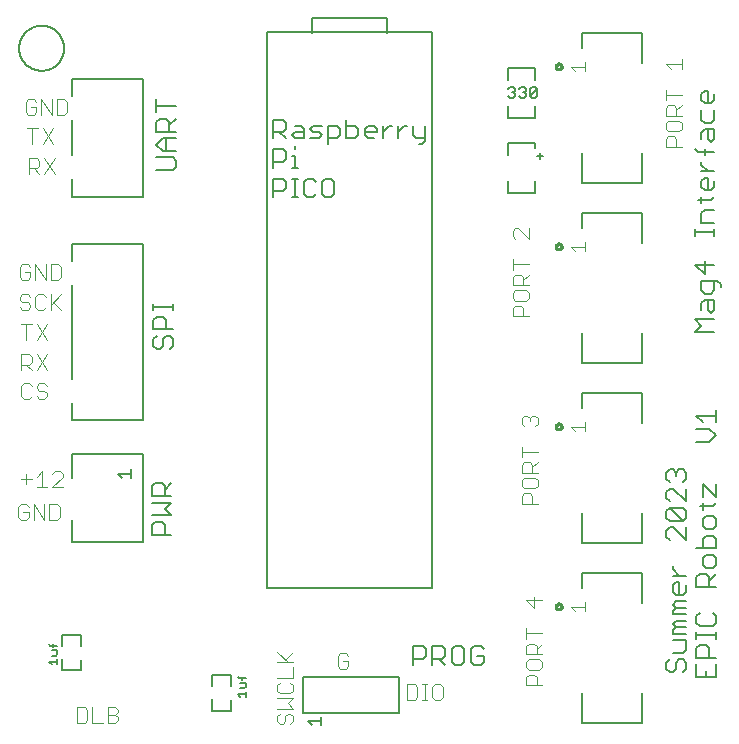
<source format=gbr>
G04 EAGLE Gerber RS-274X export*
G75*
%MOMM*%
%FSLAX34Y34*%
%LPD*%
%INSilkscreen Top*%
%IPPOS*%
%AMOC8*
5,1,8,0,0,1.08239X$1,22.5*%
G01*
%ADD10C,0.152400*%
%ADD11C,0.101600*%
%ADD12C,0.127000*%
%ADD13C,0.160000*%
%ADD14C,0.203200*%


D10*
X6350Y584200D02*
X6356Y584668D01*
X6373Y585135D01*
X6402Y585601D01*
X6442Y586067D01*
X6493Y586532D01*
X6556Y586995D01*
X6630Y587457D01*
X6716Y587916D01*
X6813Y588374D01*
X6921Y588829D01*
X7040Y589281D01*
X7170Y589730D01*
X7311Y590176D01*
X7464Y590618D01*
X7626Y591056D01*
X7800Y591490D01*
X7984Y591920D01*
X8179Y592345D01*
X8384Y592765D01*
X8599Y593180D01*
X8825Y593590D01*
X9060Y593994D01*
X9306Y594392D01*
X9561Y594784D01*
X9825Y595169D01*
X10099Y595548D01*
X10382Y595920D01*
X10674Y596285D01*
X10975Y596643D01*
X11285Y596993D01*
X11603Y597336D01*
X11930Y597670D01*
X12264Y597997D01*
X12607Y598315D01*
X12957Y598625D01*
X13315Y598926D01*
X13680Y599218D01*
X14052Y599501D01*
X14431Y599775D01*
X14816Y600039D01*
X15208Y600294D01*
X15606Y600540D01*
X16010Y600775D01*
X16420Y601001D01*
X16835Y601216D01*
X17255Y601421D01*
X17680Y601616D01*
X18110Y601800D01*
X18544Y601974D01*
X18982Y602136D01*
X19424Y602289D01*
X19870Y602430D01*
X20319Y602560D01*
X20771Y602679D01*
X21226Y602787D01*
X21684Y602884D01*
X22143Y602970D01*
X22605Y603044D01*
X23068Y603107D01*
X23533Y603158D01*
X23999Y603198D01*
X24465Y603227D01*
X24932Y603244D01*
X25400Y603250D01*
X25868Y603244D01*
X26335Y603227D01*
X26801Y603198D01*
X27267Y603158D01*
X27732Y603107D01*
X28195Y603044D01*
X28657Y602970D01*
X29116Y602884D01*
X29574Y602787D01*
X30029Y602679D01*
X30481Y602560D01*
X30930Y602430D01*
X31376Y602289D01*
X31818Y602136D01*
X32256Y601974D01*
X32690Y601800D01*
X33120Y601616D01*
X33545Y601421D01*
X33965Y601216D01*
X34380Y601001D01*
X34790Y600775D01*
X35194Y600540D01*
X35592Y600294D01*
X35984Y600039D01*
X36369Y599775D01*
X36748Y599501D01*
X37120Y599218D01*
X37485Y598926D01*
X37843Y598625D01*
X38193Y598315D01*
X38536Y597997D01*
X38870Y597670D01*
X39197Y597336D01*
X39515Y596993D01*
X39825Y596643D01*
X40126Y596285D01*
X40418Y595920D01*
X40701Y595548D01*
X40975Y595169D01*
X41239Y594784D01*
X41494Y594392D01*
X41740Y593994D01*
X41975Y593590D01*
X42201Y593180D01*
X42416Y592765D01*
X42621Y592345D01*
X42816Y591920D01*
X43000Y591490D01*
X43174Y591056D01*
X43336Y590618D01*
X43489Y590176D01*
X43630Y589730D01*
X43760Y589281D01*
X43879Y588829D01*
X43987Y588374D01*
X44084Y587916D01*
X44170Y587457D01*
X44244Y586995D01*
X44307Y586532D01*
X44358Y586067D01*
X44398Y585601D01*
X44427Y585135D01*
X44444Y584668D01*
X44450Y584200D01*
X44444Y583732D01*
X44427Y583265D01*
X44398Y582799D01*
X44358Y582333D01*
X44307Y581868D01*
X44244Y581405D01*
X44170Y580943D01*
X44084Y580484D01*
X43987Y580026D01*
X43879Y579571D01*
X43760Y579119D01*
X43630Y578670D01*
X43489Y578224D01*
X43336Y577782D01*
X43174Y577344D01*
X43000Y576910D01*
X42816Y576480D01*
X42621Y576055D01*
X42416Y575635D01*
X42201Y575220D01*
X41975Y574810D01*
X41740Y574406D01*
X41494Y574008D01*
X41239Y573616D01*
X40975Y573231D01*
X40701Y572852D01*
X40418Y572480D01*
X40126Y572115D01*
X39825Y571757D01*
X39515Y571407D01*
X39197Y571064D01*
X38870Y570730D01*
X38536Y570403D01*
X38193Y570085D01*
X37843Y569775D01*
X37485Y569474D01*
X37120Y569182D01*
X36748Y568899D01*
X36369Y568625D01*
X35984Y568361D01*
X35592Y568106D01*
X35194Y567860D01*
X34790Y567625D01*
X34380Y567399D01*
X33965Y567184D01*
X33545Y566979D01*
X33120Y566784D01*
X32690Y566600D01*
X32256Y566426D01*
X31818Y566264D01*
X31376Y566111D01*
X30930Y565970D01*
X30481Y565840D01*
X30029Y565721D01*
X29574Y565613D01*
X29116Y565516D01*
X28657Y565430D01*
X28195Y565356D01*
X27732Y565293D01*
X27267Y565242D01*
X26801Y565202D01*
X26335Y565173D01*
X25868Y565156D01*
X25400Y565150D01*
X24932Y565156D01*
X24465Y565173D01*
X23999Y565202D01*
X23533Y565242D01*
X23068Y565293D01*
X22605Y565356D01*
X22143Y565430D01*
X21684Y565516D01*
X21226Y565613D01*
X20771Y565721D01*
X20319Y565840D01*
X19870Y565970D01*
X19424Y566111D01*
X18982Y566264D01*
X18544Y566426D01*
X18110Y566600D01*
X17680Y566784D01*
X17255Y566979D01*
X16835Y567184D01*
X16420Y567399D01*
X16010Y567625D01*
X15606Y567860D01*
X15208Y568106D01*
X14816Y568361D01*
X14431Y568625D01*
X14052Y568899D01*
X13680Y569182D01*
X13315Y569474D01*
X12957Y569775D01*
X12607Y570085D01*
X12264Y570403D01*
X11930Y570730D01*
X11603Y571064D01*
X11285Y571407D01*
X10975Y571757D01*
X10674Y572115D01*
X10382Y572480D01*
X10099Y572852D01*
X9825Y573231D01*
X9561Y573616D01*
X9306Y574008D01*
X9060Y574406D01*
X8825Y574810D01*
X8599Y575220D01*
X8384Y575635D01*
X8179Y576055D01*
X7984Y576480D01*
X7800Y576910D01*
X7626Y577344D01*
X7464Y577782D01*
X7311Y578224D01*
X7170Y578670D01*
X7040Y579119D01*
X6921Y579571D01*
X6813Y580026D01*
X6716Y580484D01*
X6630Y580943D01*
X6556Y581405D01*
X6493Y581868D01*
X6442Y582333D01*
X6402Y582799D01*
X6373Y583265D01*
X6356Y583732D01*
X6350Y584200D01*
X122668Y480822D02*
X136226Y480822D01*
X138938Y483534D01*
X138938Y488957D01*
X136226Y491669D01*
X122668Y491669D01*
X128091Y497194D02*
X138938Y497194D01*
X128091Y497194D02*
X122668Y502617D01*
X128091Y508040D01*
X138938Y508040D01*
X130803Y508040D02*
X130803Y497194D01*
X138938Y513565D02*
X122668Y513565D01*
X122668Y521700D01*
X125380Y524412D01*
X130803Y524412D01*
X133515Y521700D01*
X133515Y513565D01*
X133515Y518988D02*
X138938Y524412D01*
X138938Y535360D02*
X122668Y535360D01*
X122668Y529937D02*
X122668Y540783D01*
D11*
X20751Y538574D02*
X18548Y540777D01*
X14141Y540777D01*
X11938Y538574D01*
X11938Y529761D01*
X14141Y527558D01*
X18548Y527558D01*
X20751Y529761D01*
X20751Y534168D01*
X16344Y534168D01*
X25035Y540777D02*
X25035Y527558D01*
X33848Y527558D02*
X25035Y540777D01*
X33848Y540777D02*
X33848Y527558D01*
X38133Y527558D02*
X38133Y540777D01*
X38133Y527558D02*
X44742Y527558D01*
X46945Y529761D01*
X46945Y538574D01*
X44742Y540777D01*
X38133Y540777D01*
X17614Y516647D02*
X17614Y503428D01*
X13208Y516647D02*
X22021Y516647D01*
X26305Y516647D02*
X35118Y503428D01*
X26305Y503428D02*
X35118Y516647D01*
X14478Y491247D02*
X14478Y478028D01*
X14478Y491247D02*
X21088Y491247D01*
X23291Y489044D01*
X23291Y484638D01*
X21088Y482434D01*
X14478Y482434D01*
X18884Y482434D02*
X23291Y478028D01*
X36388Y478028D02*
X27575Y491247D01*
X36388Y491247D02*
X27575Y478028D01*
D10*
X122840Y340539D02*
X120128Y337827D01*
X120128Y332404D01*
X122840Y329692D01*
X125551Y329692D01*
X128263Y332404D01*
X128263Y337827D01*
X130975Y340539D01*
X133686Y340539D01*
X136398Y337827D01*
X136398Y332404D01*
X133686Y329692D01*
X136398Y346064D02*
X120128Y346064D01*
X120128Y354199D01*
X122840Y356910D01*
X128263Y356910D01*
X130975Y354199D01*
X130975Y346064D01*
X136398Y362435D02*
X136398Y367858D01*
X136398Y365147D02*
X120128Y365147D01*
X120128Y367858D02*
X120128Y362435D01*
D11*
X15671Y373474D02*
X13468Y375677D01*
X9061Y375677D01*
X6858Y373474D01*
X6858Y371271D01*
X9061Y369068D01*
X13468Y369068D01*
X15671Y366864D01*
X15671Y364661D01*
X13468Y362458D01*
X9061Y362458D01*
X6858Y364661D01*
X26565Y375677D02*
X28768Y373474D01*
X26565Y375677D02*
X22158Y375677D01*
X19955Y373474D01*
X19955Y364661D01*
X22158Y362458D01*
X26565Y362458D01*
X28768Y364661D01*
X33053Y362458D02*
X33053Y375677D01*
X41865Y375677D02*
X33053Y366864D01*
X35256Y369068D02*
X41865Y362458D01*
X12534Y350277D02*
X12534Y337058D01*
X8128Y350277D02*
X16941Y350277D01*
X21225Y350277D02*
X30038Y337058D01*
X21225Y337058D02*
X30038Y350277D01*
X8128Y324877D02*
X8128Y311658D01*
X8128Y324877D02*
X14738Y324877D01*
X16941Y322674D01*
X16941Y318268D01*
X14738Y316064D01*
X8128Y316064D01*
X12534Y316064D02*
X16941Y311658D01*
X30038Y311658D02*
X21225Y324877D01*
X30038Y324877D02*
X21225Y311658D01*
X14738Y300747D02*
X16941Y298544D01*
X14738Y300747D02*
X10331Y300747D01*
X8128Y298544D01*
X8128Y289731D01*
X10331Y287528D01*
X14738Y287528D01*
X16941Y289731D01*
X27835Y300747D02*
X30038Y298544D01*
X27835Y300747D02*
X23428Y300747D01*
X21225Y298544D01*
X21225Y296341D01*
X23428Y294138D01*
X27835Y294138D01*
X30038Y291934D01*
X30038Y289731D01*
X27835Y287528D01*
X23428Y287528D01*
X21225Y289731D01*
D10*
X118858Y172212D02*
X135128Y172212D01*
X118858Y172212D02*
X118858Y180347D01*
X121570Y183059D01*
X126993Y183059D01*
X129705Y180347D01*
X129705Y172212D01*
X135128Y188584D02*
X118858Y188584D01*
X129705Y194007D02*
X135128Y188584D01*
X129705Y194007D02*
X135128Y199430D01*
X118858Y199430D01*
X118858Y204955D02*
X135128Y204955D01*
X118858Y204955D02*
X118858Y213090D01*
X121570Y215802D01*
X126993Y215802D01*
X129705Y213090D01*
X129705Y204955D01*
X129705Y210378D02*
X135128Y215802D01*
D11*
X16941Y219208D02*
X8128Y219208D01*
X12534Y223614D02*
X12534Y214801D01*
X21225Y221411D02*
X25632Y225817D01*
X25632Y212598D01*
X30038Y212598D02*
X21225Y212598D01*
X34323Y212598D02*
X43135Y212598D01*
X34323Y212598D02*
X43135Y221411D01*
X43135Y223614D01*
X40932Y225817D01*
X36526Y225817D01*
X34323Y223614D01*
X12198Y197877D02*
X14401Y195674D01*
X12198Y197877D02*
X7791Y197877D01*
X5588Y195674D01*
X5588Y186861D01*
X7791Y184658D01*
X12198Y184658D01*
X14401Y186861D01*
X14401Y191268D01*
X9994Y191268D01*
X18685Y197877D02*
X18685Y184658D01*
X27498Y184658D02*
X18685Y197877D01*
X27498Y197877D02*
X27498Y184658D01*
X31783Y184658D02*
X31783Y197877D01*
X31783Y184658D02*
X38392Y184658D01*
X40595Y186861D01*
X40595Y195674D01*
X38392Y197877D01*
X31783Y197877D01*
D10*
X339852Y77992D02*
X339852Y61722D01*
X339852Y77992D02*
X347987Y77992D01*
X350699Y75280D01*
X350699Y69857D01*
X347987Y67145D01*
X339852Y67145D01*
X356224Y61722D02*
X356224Y77992D01*
X364359Y77992D01*
X367070Y75280D01*
X367070Y69857D01*
X364359Y67145D01*
X356224Y67145D01*
X361647Y67145D02*
X367070Y61722D01*
X375307Y77992D02*
X380730Y77992D01*
X375307Y77992D02*
X372595Y75280D01*
X372595Y64434D01*
X375307Y61722D01*
X380730Y61722D01*
X383442Y64434D01*
X383442Y75280D01*
X380730Y77992D01*
X397102Y77992D02*
X399813Y75280D01*
X397102Y77992D02*
X391678Y77992D01*
X388967Y75280D01*
X388967Y64434D01*
X391678Y61722D01*
X397102Y61722D01*
X399813Y64434D01*
X399813Y69857D01*
X394390Y69857D01*
D11*
X334518Y45477D02*
X334518Y32258D01*
X341128Y32258D01*
X343331Y34461D01*
X343331Y43274D01*
X341128Y45477D01*
X334518Y45477D01*
X347615Y32258D02*
X352022Y32258D01*
X349818Y32258D02*
X349818Y45477D01*
X347615Y45477D02*
X352022Y45477D01*
X358550Y45477D02*
X362956Y45477D01*
X358550Y45477D02*
X356347Y43274D01*
X356347Y34461D01*
X358550Y32258D01*
X362956Y32258D01*
X365160Y34461D01*
X365160Y43274D01*
X362956Y45477D01*
X227236Y20751D02*
X225033Y18548D01*
X225033Y14141D01*
X227236Y11938D01*
X229439Y11938D01*
X231642Y14141D01*
X231642Y18548D01*
X233846Y20751D01*
X236049Y20751D01*
X238252Y18548D01*
X238252Y14141D01*
X236049Y11938D01*
X238252Y25035D02*
X225033Y25035D01*
X233846Y29442D02*
X238252Y25035D01*
X233846Y29442D02*
X238252Y33848D01*
X225033Y33848D01*
X225033Y44742D02*
X227236Y46945D01*
X225033Y44742D02*
X225033Y40336D01*
X227236Y38133D01*
X236049Y38133D01*
X238252Y40336D01*
X238252Y44742D01*
X236049Y46945D01*
X238252Y51230D02*
X225033Y51230D01*
X238252Y51230D02*
X238252Y60043D01*
X238252Y64327D02*
X225033Y64327D01*
X233846Y64327D02*
X225033Y73140D01*
X231642Y66530D02*
X238252Y73140D01*
X282708Y72147D02*
X284911Y69944D01*
X282708Y72147D02*
X278301Y72147D01*
X276098Y69944D01*
X276098Y61131D01*
X278301Y58928D01*
X282708Y58928D01*
X284911Y61131D01*
X284911Y65538D01*
X280504Y65538D01*
X553963Y500888D02*
X567182Y500888D01*
X553963Y500888D02*
X553963Y507498D01*
X556166Y509701D01*
X560572Y509701D01*
X562776Y507498D01*
X562776Y500888D01*
X553963Y516188D02*
X553963Y520595D01*
X553963Y516188D02*
X556166Y513985D01*
X564979Y513985D01*
X567182Y516188D01*
X567182Y520595D01*
X564979Y522798D01*
X556166Y522798D01*
X553963Y520595D01*
X553963Y527083D02*
X567182Y527083D01*
X553963Y527083D02*
X553963Y533692D01*
X556166Y535895D01*
X560572Y535895D01*
X562776Y533692D01*
X562776Y527083D01*
X562776Y531489D02*
X567182Y535895D01*
X567182Y544586D02*
X553963Y544586D01*
X553963Y540180D02*
X553963Y548993D01*
X558369Y566374D02*
X553963Y570781D01*
X567182Y570781D01*
X567182Y575187D02*
X567182Y566374D01*
X437642Y357378D02*
X424423Y357378D01*
X424423Y363988D01*
X426626Y366191D01*
X431032Y366191D01*
X433236Y363988D01*
X433236Y357378D01*
X424423Y372678D02*
X424423Y377085D01*
X424423Y372678D02*
X426626Y370475D01*
X435439Y370475D01*
X437642Y372678D01*
X437642Y377085D01*
X435439Y379288D01*
X426626Y379288D01*
X424423Y377085D01*
X424423Y383573D02*
X437642Y383573D01*
X424423Y383573D02*
X424423Y390182D01*
X426626Y392385D01*
X431032Y392385D01*
X433236Y390182D01*
X433236Y383573D01*
X433236Y387979D02*
X437642Y392385D01*
X437642Y401076D02*
X424423Y401076D01*
X424423Y396670D02*
X424423Y405483D01*
X437642Y422864D02*
X437642Y431677D01*
X437642Y422864D02*
X428829Y431677D01*
X426626Y431677D01*
X424423Y429474D01*
X424423Y425067D01*
X426626Y422864D01*
X432043Y198628D02*
X445262Y198628D01*
X432043Y198628D02*
X432043Y205238D01*
X434246Y207441D01*
X438652Y207441D01*
X440856Y205238D01*
X440856Y198628D01*
X432043Y213928D02*
X432043Y218335D01*
X432043Y213928D02*
X434246Y211725D01*
X443059Y211725D01*
X445262Y213928D01*
X445262Y218335D01*
X443059Y220538D01*
X434246Y220538D01*
X432043Y218335D01*
X432043Y224823D02*
X445262Y224823D01*
X432043Y224823D02*
X432043Y231432D01*
X434246Y233635D01*
X438652Y233635D01*
X440856Y231432D01*
X440856Y224823D01*
X440856Y229229D02*
X445262Y233635D01*
X445262Y242326D02*
X432043Y242326D01*
X432043Y237920D02*
X432043Y246733D01*
X434246Y264114D02*
X432043Y266317D01*
X432043Y270724D01*
X434246Y272927D01*
X436449Y272927D01*
X438652Y270724D01*
X438652Y268521D01*
X438652Y270724D02*
X440856Y272927D01*
X443059Y272927D01*
X445262Y270724D01*
X445262Y266317D01*
X443059Y264114D01*
X449072Y44958D02*
X435853Y44958D01*
X435853Y51568D01*
X438056Y53771D01*
X442462Y53771D01*
X444666Y51568D01*
X444666Y44958D01*
X435853Y60258D02*
X435853Y64665D01*
X435853Y60258D02*
X438056Y58055D01*
X446869Y58055D01*
X449072Y60258D01*
X449072Y64665D01*
X446869Y66868D01*
X438056Y66868D01*
X435853Y64665D01*
X435853Y71153D02*
X449072Y71153D01*
X435853Y71153D02*
X435853Y77762D01*
X438056Y79965D01*
X442462Y79965D01*
X444666Y77762D01*
X444666Y71153D01*
X444666Y75559D02*
X449072Y79965D01*
X449072Y88656D02*
X435853Y88656D01*
X435853Y84250D02*
X435853Y93063D01*
X435853Y117054D02*
X449072Y117054D01*
X442462Y110444D02*
X435853Y117054D01*
X442462Y119257D02*
X442462Y110444D01*
D12*
X221615Y508127D02*
X221615Y523634D01*
X229369Y523634D01*
X231953Y521050D01*
X231953Y515881D01*
X229369Y513296D01*
X221615Y513296D01*
X226784Y513296D02*
X231953Y508127D01*
X239636Y518465D02*
X244805Y518465D01*
X247389Y515881D01*
X247389Y508127D01*
X239636Y508127D01*
X237051Y510712D01*
X239636Y513296D01*
X247389Y513296D01*
X252487Y508127D02*
X260241Y508127D01*
X262825Y510712D01*
X260241Y513296D01*
X255072Y513296D01*
X252487Y515881D01*
X255072Y518465D01*
X262825Y518465D01*
X267923Y518465D02*
X267923Y502958D01*
X267923Y518465D02*
X275677Y518465D01*
X278261Y515881D01*
X278261Y510712D01*
X275677Y508127D01*
X267923Y508127D01*
X283359Y508127D02*
X283359Y523634D01*
X283359Y508127D02*
X291113Y508127D01*
X293697Y510712D01*
X293697Y515881D01*
X291113Y518465D01*
X283359Y518465D01*
X301380Y508127D02*
X306549Y508127D01*
X301380Y508127D02*
X298795Y510712D01*
X298795Y515881D01*
X301380Y518465D01*
X306549Y518465D01*
X309133Y515881D01*
X309133Y513296D01*
X298795Y513296D01*
X314231Y508127D02*
X314231Y518465D01*
X314231Y513296D02*
X319400Y518465D01*
X321985Y518465D01*
X327095Y518465D02*
X327095Y508127D01*
X327095Y513296D02*
X332264Y518465D01*
X334848Y518465D01*
X339958Y518465D02*
X339958Y510712D01*
X342543Y508127D01*
X350296Y508127D01*
X350296Y505542D02*
X350296Y518465D01*
X350296Y505542D02*
X347712Y502958D01*
X345127Y502958D01*
X221615Y498488D02*
X221615Y482981D01*
X221615Y498488D02*
X229369Y498488D01*
X231953Y495904D01*
X231953Y490735D01*
X229369Y488150D01*
X221615Y488150D01*
X237051Y493319D02*
X239636Y493319D01*
X239636Y482981D01*
X242220Y482981D02*
X237051Y482981D01*
X239636Y498488D02*
X239636Y501073D01*
X221615Y473342D02*
X221615Y457835D01*
X221615Y473342D02*
X229369Y473342D01*
X231953Y470758D01*
X231953Y465589D01*
X229369Y463004D01*
X221615Y463004D01*
X237051Y457835D02*
X242220Y457835D01*
X239636Y457835D02*
X239636Y473342D01*
X242220Y473342D02*
X237051Y473342D01*
X255095Y473342D02*
X257680Y470758D01*
X255095Y473342D02*
X249926Y473342D01*
X247342Y470758D01*
X247342Y460420D01*
X249926Y457835D01*
X255095Y457835D01*
X257680Y460420D01*
X265362Y473342D02*
X270531Y473342D01*
X265362Y473342D02*
X262778Y470758D01*
X262778Y460420D01*
X265362Y457835D01*
X270531Y457835D01*
X273116Y460420D01*
X273116Y470758D01*
X270531Y473342D01*
D11*
X55118Y26427D02*
X55118Y13208D01*
X61728Y13208D01*
X63931Y15411D01*
X63931Y24224D01*
X61728Y26427D01*
X55118Y26427D01*
X68215Y26427D02*
X68215Y13208D01*
X77028Y13208D01*
X81313Y13208D02*
X81313Y26427D01*
X87922Y26427D01*
X90125Y24224D01*
X90125Y22021D01*
X87922Y19818D01*
X90125Y17614D01*
X90125Y15411D01*
X87922Y13208D01*
X81313Y13208D01*
X81313Y19818D02*
X87922Y19818D01*
D10*
X578598Y343662D02*
X594868Y343662D01*
X584021Y349085D02*
X578598Y343662D01*
X584021Y349085D02*
X578598Y354509D01*
X594868Y354509D01*
X584021Y362745D02*
X584021Y368169D01*
X586733Y370880D01*
X594868Y370880D01*
X594868Y362745D01*
X592156Y360034D01*
X589445Y362745D01*
X589445Y370880D01*
X600291Y381828D02*
X600291Y384540D01*
X597580Y387252D01*
X584021Y387252D01*
X584021Y379117D01*
X586733Y376405D01*
X592156Y376405D01*
X594868Y379117D01*
X594868Y387252D01*
X594868Y400912D02*
X578598Y400912D01*
X586733Y392777D01*
X586733Y403623D01*
X594868Y425520D02*
X594868Y430943D01*
X594868Y428231D02*
X578598Y428231D01*
X578598Y425520D02*
X578598Y430943D01*
X584021Y436434D02*
X594868Y436434D01*
X584021Y436434D02*
X584021Y444569D01*
X586733Y447281D01*
X594868Y447281D01*
X592156Y455517D02*
X581310Y455517D01*
X592156Y455517D02*
X594868Y458229D01*
X584021Y458229D02*
X584021Y452806D01*
X594868Y466432D02*
X594868Y471855D01*
X594868Y466432D02*
X592156Y463720D01*
X586733Y463720D01*
X584021Y466432D01*
X584021Y471855D01*
X586733Y474567D01*
X589445Y474567D01*
X589445Y463720D01*
X594868Y480092D02*
X584021Y480092D01*
X584021Y485515D02*
X589445Y480092D01*
X584021Y485515D02*
X584021Y488227D01*
X581310Y496446D02*
X594868Y496446D01*
X581310Y496446D02*
X578598Y499158D01*
X586733Y499158D02*
X586733Y493735D01*
X584021Y507361D02*
X584021Y512784D01*
X586733Y515496D01*
X594868Y515496D01*
X594868Y507361D01*
X592156Y504649D01*
X589445Y507361D01*
X589445Y515496D01*
X584021Y523732D02*
X584021Y531867D01*
X584021Y523732D02*
X586733Y521021D01*
X592156Y521021D01*
X594868Y523732D01*
X594868Y531867D01*
X594868Y540104D02*
X594868Y545527D01*
X594868Y540104D02*
X592156Y537392D01*
X586733Y537392D01*
X584021Y540104D01*
X584021Y545527D01*
X586733Y548239D01*
X589445Y548239D01*
X589445Y537392D01*
X579868Y62409D02*
X579868Y51562D01*
X596138Y51562D01*
X596138Y62409D01*
X588003Y56985D02*
X588003Y51562D01*
X596138Y67934D02*
X579868Y67934D01*
X579868Y76069D01*
X582580Y78780D01*
X588003Y78780D01*
X590715Y76069D01*
X590715Y67934D01*
X596138Y84305D02*
X596138Y89728D01*
X596138Y87017D02*
X579868Y87017D01*
X579868Y89728D02*
X579868Y84305D01*
X579868Y103354D02*
X582580Y106066D01*
X579868Y103354D02*
X579868Y97931D01*
X582580Y95220D01*
X593426Y95220D01*
X596138Y97931D01*
X596138Y103354D01*
X593426Y106066D01*
X596138Y127963D02*
X579868Y127963D01*
X579868Y136098D01*
X582580Y138809D01*
X588003Y138809D01*
X590715Y136098D01*
X590715Y127963D01*
X590715Y133386D02*
X596138Y138809D01*
X596138Y147046D02*
X596138Y152469D01*
X593426Y155181D01*
X588003Y155181D01*
X585291Y152469D01*
X585291Y147046D01*
X588003Y144334D01*
X593426Y144334D01*
X596138Y147046D01*
X596138Y160706D02*
X579868Y160706D01*
X596138Y160706D02*
X596138Y168841D01*
X593426Y171552D01*
X588003Y171552D01*
X585291Y168841D01*
X585291Y160706D01*
X596138Y179789D02*
X596138Y185212D01*
X593426Y187924D01*
X588003Y187924D01*
X585291Y185212D01*
X585291Y179789D01*
X588003Y177077D01*
X593426Y177077D01*
X596138Y179789D01*
X593426Y196161D02*
X582580Y196161D01*
X593426Y196161D02*
X596138Y198872D01*
X585291Y198872D02*
X585291Y193449D01*
X585291Y204363D02*
X585291Y215210D01*
X596138Y204363D01*
X596138Y215210D01*
X590715Y250952D02*
X579868Y250952D01*
X590715Y250952D02*
X596138Y256375D01*
X590715Y261799D01*
X579868Y261799D01*
X585291Y267324D02*
X579868Y272747D01*
X596138Y272747D01*
X596138Y267324D02*
X596138Y278170D01*
X557180Y66660D02*
X554468Y63948D01*
X554468Y58525D01*
X557180Y55813D01*
X559891Y55813D01*
X562603Y58525D01*
X562603Y63948D01*
X565315Y66660D01*
X568026Y66660D01*
X570738Y63948D01*
X570738Y58525D01*
X568026Y55813D01*
X568026Y72185D02*
X559891Y72185D01*
X568026Y72185D02*
X570738Y74896D01*
X570738Y83031D01*
X559891Y83031D01*
X559891Y88556D02*
X570738Y88556D01*
X559891Y88556D02*
X559891Y91268D01*
X562603Y93980D01*
X570738Y93980D01*
X562603Y93980D02*
X559891Y96691D01*
X562603Y99403D01*
X570738Y99403D01*
X570738Y104928D02*
X559891Y104928D01*
X559891Y107639D01*
X562603Y110351D01*
X570738Y110351D01*
X562603Y110351D02*
X559891Y113063D01*
X562603Y115774D01*
X570738Y115774D01*
X570738Y124011D02*
X570738Y129434D01*
X570738Y124011D02*
X568026Y121299D01*
X562603Y121299D01*
X559891Y124011D01*
X559891Y129434D01*
X562603Y132146D01*
X565315Y132146D01*
X565315Y121299D01*
X570738Y137671D02*
X559891Y137671D01*
X559891Y143094D02*
X565315Y137671D01*
X559891Y143094D02*
X559891Y145806D01*
X570738Y167685D02*
X570738Y178532D01*
X570738Y167685D02*
X559891Y178532D01*
X557180Y178532D01*
X554468Y175820D01*
X554468Y170397D01*
X557180Y167685D01*
X557180Y184057D02*
X568026Y184057D01*
X557180Y184057D02*
X554468Y186769D01*
X554468Y192192D01*
X557180Y194904D01*
X568026Y194904D01*
X570738Y192192D01*
X570738Y186769D01*
X568026Y184057D01*
X557180Y194904D01*
X570738Y200429D02*
X570738Y211275D01*
X570738Y200429D02*
X559891Y211275D01*
X557180Y211275D01*
X554468Y208564D01*
X554468Y203140D01*
X557180Y200429D01*
X557180Y216800D02*
X554468Y219512D01*
X554468Y224935D01*
X557180Y227647D01*
X559891Y227647D01*
X562603Y224935D01*
X562603Y222223D01*
X562603Y224935D02*
X565315Y227647D01*
X568026Y227647D01*
X570738Y224935D01*
X570738Y219512D01*
X568026Y216800D01*
D11*
X15671Y398874D02*
X13468Y401077D01*
X9061Y401077D01*
X6858Y398874D01*
X6858Y390061D01*
X9061Y387858D01*
X13468Y387858D01*
X15671Y390061D01*
X15671Y394468D01*
X11264Y394468D01*
X19955Y401077D02*
X19955Y387858D01*
X28768Y387858D02*
X19955Y401077D01*
X28768Y401077D02*
X28768Y387858D01*
X33053Y387858D02*
X33053Y401077D01*
X33053Y387858D02*
X39662Y387858D01*
X41865Y390061D01*
X41865Y398874D01*
X39662Y401077D01*
X33053Y401077D01*
D13*
X58800Y87390D02*
X58800Y78390D01*
X58800Y87390D02*
X42800Y87390D01*
X42800Y78390D01*
X58800Y66390D02*
X58800Y57390D01*
X42800Y57390D01*
X42800Y67390D01*
D12*
X34005Y62382D02*
X31759Y64627D01*
X38495Y64627D01*
X38495Y62382D02*
X38495Y66872D01*
X37372Y69748D02*
X34005Y69748D01*
X37372Y69748D02*
X38495Y70870D01*
X38495Y74238D01*
X34005Y74238D01*
X32882Y78237D02*
X38495Y78237D01*
X32882Y78237D02*
X31759Y79359D01*
X35127Y79359D02*
X35127Y77114D01*
D13*
X185800Y53100D02*
X185800Y44100D01*
X185800Y53100D02*
X169800Y53100D01*
X169800Y44100D01*
X185800Y32100D02*
X185800Y23100D01*
X169800Y23100D01*
X169800Y33100D01*
D12*
X191369Y37060D02*
X193615Y34815D01*
X191369Y37060D02*
X198105Y37060D01*
X198105Y34815D02*
X198105Y39306D01*
X196982Y42181D02*
X193615Y42181D01*
X196982Y42181D02*
X198105Y43304D01*
X198105Y46672D01*
X193615Y46672D01*
X192492Y50670D02*
X198105Y50670D01*
X192492Y50670D02*
X191369Y51793D01*
X194737Y51793D02*
X194737Y49548D01*
D10*
X93477Y220040D02*
X89748Y223769D01*
X100934Y223769D01*
X100934Y227497D02*
X100934Y220040D01*
X111200Y240400D02*
X51200Y240400D01*
X111200Y240400D02*
X111200Y166400D01*
X51200Y166400D01*
X51200Y184400D01*
X51200Y220400D02*
X51200Y240400D01*
X51200Y558400D02*
X111200Y558400D01*
X111200Y458400D02*
X51200Y458400D01*
X111200Y458400D02*
X111200Y558400D01*
X51200Y558400D02*
X51200Y543400D01*
X51200Y523400D02*
X51200Y493400D01*
X51200Y473400D02*
X51200Y458400D01*
X51200Y418200D02*
X111200Y418200D01*
X111200Y269600D01*
X51200Y269600D01*
X51200Y284100D01*
X51200Y304200D02*
X51300Y383500D01*
X51200Y403700D02*
X51200Y418200D01*
D11*
X473498Y568512D02*
X477396Y564614D01*
X473498Y568512D02*
X485192Y568512D01*
X485192Y564614D02*
X485192Y572410D01*
D13*
X460555Y568325D02*
X460557Y568434D01*
X460563Y568544D01*
X460573Y568653D01*
X460587Y568761D01*
X460605Y568869D01*
X460627Y568976D01*
X460652Y569083D01*
X460682Y569188D01*
X460715Y569292D01*
X460753Y569395D01*
X460794Y569496D01*
X460838Y569596D01*
X460886Y569694D01*
X460938Y569791D01*
X460993Y569885D01*
X461052Y569978D01*
X461114Y570068D01*
X461179Y570155D01*
X461248Y570241D01*
X461319Y570324D01*
X461394Y570404D01*
X461471Y570481D01*
X461551Y570556D01*
X461634Y570627D01*
X461720Y570696D01*
X461807Y570761D01*
X461897Y570823D01*
X461990Y570882D01*
X462084Y570937D01*
X462181Y570989D01*
X462279Y571037D01*
X462379Y571081D01*
X462480Y571122D01*
X462583Y571160D01*
X462687Y571193D01*
X462792Y571223D01*
X462899Y571248D01*
X463006Y571270D01*
X463114Y571288D01*
X463222Y571302D01*
X463331Y571312D01*
X463441Y571318D01*
X463550Y571320D01*
X463659Y571318D01*
X463769Y571312D01*
X463878Y571302D01*
X463986Y571288D01*
X464094Y571270D01*
X464201Y571248D01*
X464308Y571223D01*
X464413Y571193D01*
X464517Y571160D01*
X464620Y571122D01*
X464721Y571081D01*
X464821Y571037D01*
X464919Y570989D01*
X465016Y570937D01*
X465110Y570882D01*
X465203Y570823D01*
X465293Y570761D01*
X465380Y570696D01*
X465466Y570627D01*
X465549Y570556D01*
X465629Y570481D01*
X465706Y570404D01*
X465781Y570324D01*
X465852Y570241D01*
X465921Y570155D01*
X465986Y570068D01*
X466048Y569978D01*
X466107Y569885D01*
X466162Y569791D01*
X466214Y569694D01*
X466262Y569596D01*
X466306Y569496D01*
X466347Y569395D01*
X466385Y569292D01*
X466418Y569188D01*
X466448Y569083D01*
X466473Y568976D01*
X466495Y568869D01*
X466513Y568761D01*
X466527Y568653D01*
X466537Y568544D01*
X466543Y568434D01*
X466545Y568325D01*
X466543Y568216D01*
X466537Y568106D01*
X466527Y567997D01*
X466513Y567889D01*
X466495Y567781D01*
X466473Y567674D01*
X466448Y567567D01*
X466418Y567462D01*
X466385Y567358D01*
X466347Y567255D01*
X466306Y567154D01*
X466262Y567054D01*
X466214Y566956D01*
X466162Y566859D01*
X466107Y566765D01*
X466048Y566672D01*
X465986Y566582D01*
X465921Y566495D01*
X465852Y566409D01*
X465781Y566326D01*
X465706Y566246D01*
X465629Y566169D01*
X465549Y566094D01*
X465466Y566023D01*
X465380Y565954D01*
X465293Y565889D01*
X465203Y565827D01*
X465110Y565768D01*
X465016Y565713D01*
X464919Y565661D01*
X464821Y565613D01*
X464721Y565569D01*
X464620Y565528D01*
X464517Y565490D01*
X464413Y565457D01*
X464308Y565427D01*
X464201Y565402D01*
X464094Y565380D01*
X463986Y565362D01*
X463878Y565348D01*
X463769Y565338D01*
X463659Y565332D01*
X463550Y565330D01*
X463441Y565332D01*
X463331Y565338D01*
X463222Y565348D01*
X463114Y565362D01*
X463006Y565380D01*
X462899Y565402D01*
X462792Y565427D01*
X462687Y565457D01*
X462583Y565490D01*
X462480Y565528D01*
X462379Y565569D01*
X462279Y565613D01*
X462181Y565661D01*
X462084Y565713D01*
X461990Y565768D01*
X461897Y565827D01*
X461807Y565889D01*
X461720Y565954D01*
X461634Y566023D01*
X461551Y566094D01*
X461471Y566169D01*
X461394Y566246D01*
X461319Y566326D01*
X461248Y566409D01*
X461179Y566495D01*
X461114Y566582D01*
X461052Y566672D01*
X460993Y566765D01*
X460938Y566859D01*
X460886Y566956D01*
X460838Y567054D01*
X460794Y567154D01*
X460753Y567255D01*
X460715Y567358D01*
X460682Y567462D01*
X460652Y567567D01*
X460627Y567674D01*
X460605Y567781D01*
X460587Y567889D01*
X460573Y567997D01*
X460563Y568106D01*
X460557Y568216D01*
X460555Y568325D01*
X461840Y568325D02*
X461842Y568408D01*
X461848Y568490D01*
X461858Y568572D01*
X461872Y568654D01*
X461890Y568734D01*
X461911Y568814D01*
X461937Y568893D01*
X461966Y568970D01*
X461999Y569046D01*
X462036Y569120D01*
X462076Y569192D01*
X462120Y569262D01*
X462167Y569330D01*
X462217Y569396D01*
X462270Y569459D01*
X462326Y569519D01*
X462385Y569577D01*
X462447Y569632D01*
X462512Y569684D01*
X462579Y569732D01*
X462648Y569778D01*
X462719Y569819D01*
X462792Y569858D01*
X462867Y569893D01*
X462944Y569924D01*
X463022Y569951D01*
X463101Y569975D01*
X463181Y569995D01*
X463262Y570011D01*
X463344Y570023D01*
X463426Y570031D01*
X463509Y570035D01*
X463591Y570035D01*
X463674Y570031D01*
X463756Y570023D01*
X463838Y570011D01*
X463919Y569995D01*
X463999Y569975D01*
X464078Y569951D01*
X464156Y569924D01*
X464233Y569893D01*
X464308Y569858D01*
X464381Y569819D01*
X464452Y569778D01*
X464521Y569732D01*
X464588Y569684D01*
X464653Y569632D01*
X464715Y569577D01*
X464774Y569519D01*
X464830Y569459D01*
X464883Y569396D01*
X464933Y569330D01*
X464980Y569262D01*
X465024Y569192D01*
X465064Y569120D01*
X465101Y569046D01*
X465134Y568970D01*
X465163Y568893D01*
X465189Y568814D01*
X465210Y568734D01*
X465228Y568654D01*
X465242Y568572D01*
X465252Y568490D01*
X465258Y568408D01*
X465260Y568325D01*
X465258Y568242D01*
X465252Y568160D01*
X465242Y568078D01*
X465228Y567996D01*
X465210Y567916D01*
X465189Y567836D01*
X465163Y567757D01*
X465134Y567680D01*
X465101Y567604D01*
X465064Y567530D01*
X465024Y567458D01*
X464980Y567388D01*
X464933Y567320D01*
X464883Y567254D01*
X464830Y567191D01*
X464774Y567131D01*
X464715Y567073D01*
X464653Y567018D01*
X464588Y566966D01*
X464521Y566918D01*
X464452Y566872D01*
X464381Y566831D01*
X464308Y566792D01*
X464233Y566757D01*
X464156Y566726D01*
X464078Y566699D01*
X463999Y566675D01*
X463919Y566655D01*
X463838Y566639D01*
X463756Y566627D01*
X463674Y566619D01*
X463591Y566615D01*
X463509Y566615D01*
X463426Y566619D01*
X463344Y566627D01*
X463262Y566639D01*
X463181Y566655D01*
X463101Y566675D01*
X463022Y566699D01*
X462944Y566726D01*
X462867Y566757D01*
X462792Y566792D01*
X462719Y566831D01*
X462648Y566872D01*
X462579Y566918D01*
X462512Y566966D01*
X462447Y567018D01*
X462385Y567073D01*
X462326Y567131D01*
X462270Y567191D01*
X462217Y567254D01*
X462167Y567320D01*
X462120Y567388D01*
X462076Y567458D01*
X462036Y567530D01*
X461999Y567604D01*
X461966Y567680D01*
X461937Y567757D01*
X461911Y567836D01*
X461890Y567916D01*
X461872Y567996D01*
X461858Y568078D01*
X461848Y568160D01*
X461842Y568242D01*
X461840Y568325D01*
D14*
X482600Y596900D02*
X533400Y596900D01*
X533400Y469900D02*
X482600Y469900D01*
X533400Y571500D02*
X533400Y596900D01*
X533400Y495300D02*
X533400Y469900D01*
X482600Y469900D02*
X482600Y495300D01*
X482600Y584200D02*
X482600Y596900D01*
D11*
X473498Y111312D02*
X477396Y107414D01*
X473498Y111312D02*
X485192Y111312D01*
X485192Y107414D02*
X485192Y115210D01*
D13*
X460555Y111125D02*
X460557Y111234D01*
X460563Y111344D01*
X460573Y111453D01*
X460587Y111561D01*
X460605Y111669D01*
X460627Y111776D01*
X460652Y111883D01*
X460682Y111988D01*
X460715Y112092D01*
X460753Y112195D01*
X460794Y112296D01*
X460838Y112396D01*
X460886Y112494D01*
X460938Y112591D01*
X460993Y112685D01*
X461052Y112778D01*
X461114Y112868D01*
X461179Y112955D01*
X461248Y113041D01*
X461319Y113124D01*
X461394Y113204D01*
X461471Y113281D01*
X461551Y113356D01*
X461634Y113427D01*
X461720Y113496D01*
X461807Y113561D01*
X461897Y113623D01*
X461990Y113682D01*
X462084Y113737D01*
X462181Y113789D01*
X462279Y113837D01*
X462379Y113881D01*
X462480Y113922D01*
X462583Y113960D01*
X462687Y113993D01*
X462792Y114023D01*
X462899Y114048D01*
X463006Y114070D01*
X463114Y114088D01*
X463222Y114102D01*
X463331Y114112D01*
X463441Y114118D01*
X463550Y114120D01*
X463659Y114118D01*
X463769Y114112D01*
X463878Y114102D01*
X463986Y114088D01*
X464094Y114070D01*
X464201Y114048D01*
X464308Y114023D01*
X464413Y113993D01*
X464517Y113960D01*
X464620Y113922D01*
X464721Y113881D01*
X464821Y113837D01*
X464919Y113789D01*
X465016Y113737D01*
X465110Y113682D01*
X465203Y113623D01*
X465293Y113561D01*
X465380Y113496D01*
X465466Y113427D01*
X465549Y113356D01*
X465629Y113281D01*
X465706Y113204D01*
X465781Y113124D01*
X465852Y113041D01*
X465921Y112955D01*
X465986Y112868D01*
X466048Y112778D01*
X466107Y112685D01*
X466162Y112591D01*
X466214Y112494D01*
X466262Y112396D01*
X466306Y112296D01*
X466347Y112195D01*
X466385Y112092D01*
X466418Y111988D01*
X466448Y111883D01*
X466473Y111776D01*
X466495Y111669D01*
X466513Y111561D01*
X466527Y111453D01*
X466537Y111344D01*
X466543Y111234D01*
X466545Y111125D01*
X466543Y111016D01*
X466537Y110906D01*
X466527Y110797D01*
X466513Y110689D01*
X466495Y110581D01*
X466473Y110474D01*
X466448Y110367D01*
X466418Y110262D01*
X466385Y110158D01*
X466347Y110055D01*
X466306Y109954D01*
X466262Y109854D01*
X466214Y109756D01*
X466162Y109659D01*
X466107Y109565D01*
X466048Y109472D01*
X465986Y109382D01*
X465921Y109295D01*
X465852Y109209D01*
X465781Y109126D01*
X465706Y109046D01*
X465629Y108969D01*
X465549Y108894D01*
X465466Y108823D01*
X465380Y108754D01*
X465293Y108689D01*
X465203Y108627D01*
X465110Y108568D01*
X465016Y108513D01*
X464919Y108461D01*
X464821Y108413D01*
X464721Y108369D01*
X464620Y108328D01*
X464517Y108290D01*
X464413Y108257D01*
X464308Y108227D01*
X464201Y108202D01*
X464094Y108180D01*
X463986Y108162D01*
X463878Y108148D01*
X463769Y108138D01*
X463659Y108132D01*
X463550Y108130D01*
X463441Y108132D01*
X463331Y108138D01*
X463222Y108148D01*
X463114Y108162D01*
X463006Y108180D01*
X462899Y108202D01*
X462792Y108227D01*
X462687Y108257D01*
X462583Y108290D01*
X462480Y108328D01*
X462379Y108369D01*
X462279Y108413D01*
X462181Y108461D01*
X462084Y108513D01*
X461990Y108568D01*
X461897Y108627D01*
X461807Y108689D01*
X461720Y108754D01*
X461634Y108823D01*
X461551Y108894D01*
X461471Y108969D01*
X461394Y109046D01*
X461319Y109126D01*
X461248Y109209D01*
X461179Y109295D01*
X461114Y109382D01*
X461052Y109472D01*
X460993Y109565D01*
X460938Y109659D01*
X460886Y109756D01*
X460838Y109854D01*
X460794Y109954D01*
X460753Y110055D01*
X460715Y110158D01*
X460682Y110262D01*
X460652Y110367D01*
X460627Y110474D01*
X460605Y110581D01*
X460587Y110689D01*
X460573Y110797D01*
X460563Y110906D01*
X460557Y111016D01*
X460555Y111125D01*
X461840Y111125D02*
X461842Y111208D01*
X461848Y111290D01*
X461858Y111372D01*
X461872Y111454D01*
X461890Y111534D01*
X461911Y111614D01*
X461937Y111693D01*
X461966Y111770D01*
X461999Y111846D01*
X462036Y111920D01*
X462076Y111992D01*
X462120Y112062D01*
X462167Y112130D01*
X462217Y112196D01*
X462270Y112259D01*
X462326Y112319D01*
X462385Y112377D01*
X462447Y112432D01*
X462512Y112484D01*
X462579Y112532D01*
X462648Y112578D01*
X462719Y112619D01*
X462792Y112658D01*
X462867Y112693D01*
X462944Y112724D01*
X463022Y112751D01*
X463101Y112775D01*
X463181Y112795D01*
X463262Y112811D01*
X463344Y112823D01*
X463426Y112831D01*
X463509Y112835D01*
X463591Y112835D01*
X463674Y112831D01*
X463756Y112823D01*
X463838Y112811D01*
X463919Y112795D01*
X463999Y112775D01*
X464078Y112751D01*
X464156Y112724D01*
X464233Y112693D01*
X464308Y112658D01*
X464381Y112619D01*
X464452Y112578D01*
X464521Y112532D01*
X464588Y112484D01*
X464653Y112432D01*
X464715Y112377D01*
X464774Y112319D01*
X464830Y112259D01*
X464883Y112196D01*
X464933Y112130D01*
X464980Y112062D01*
X465024Y111992D01*
X465064Y111920D01*
X465101Y111846D01*
X465134Y111770D01*
X465163Y111693D01*
X465189Y111614D01*
X465210Y111534D01*
X465228Y111454D01*
X465242Y111372D01*
X465252Y111290D01*
X465258Y111208D01*
X465260Y111125D01*
X465258Y111042D01*
X465252Y110960D01*
X465242Y110878D01*
X465228Y110796D01*
X465210Y110716D01*
X465189Y110636D01*
X465163Y110557D01*
X465134Y110480D01*
X465101Y110404D01*
X465064Y110330D01*
X465024Y110258D01*
X464980Y110188D01*
X464933Y110120D01*
X464883Y110054D01*
X464830Y109991D01*
X464774Y109931D01*
X464715Y109873D01*
X464653Y109818D01*
X464588Y109766D01*
X464521Y109718D01*
X464452Y109672D01*
X464381Y109631D01*
X464308Y109592D01*
X464233Y109557D01*
X464156Y109526D01*
X464078Y109499D01*
X463999Y109475D01*
X463919Y109455D01*
X463838Y109439D01*
X463756Y109427D01*
X463674Y109419D01*
X463591Y109415D01*
X463509Y109415D01*
X463426Y109419D01*
X463344Y109427D01*
X463262Y109439D01*
X463181Y109455D01*
X463101Y109475D01*
X463022Y109499D01*
X462944Y109526D01*
X462867Y109557D01*
X462792Y109592D01*
X462719Y109631D01*
X462648Y109672D01*
X462579Y109718D01*
X462512Y109766D01*
X462447Y109818D01*
X462385Y109873D01*
X462326Y109931D01*
X462270Y109991D01*
X462217Y110054D01*
X462167Y110120D01*
X462120Y110188D01*
X462076Y110258D01*
X462036Y110330D01*
X461999Y110404D01*
X461966Y110480D01*
X461937Y110557D01*
X461911Y110636D01*
X461890Y110716D01*
X461872Y110796D01*
X461858Y110878D01*
X461848Y110960D01*
X461842Y111042D01*
X461840Y111125D01*
D14*
X482600Y139700D02*
X533400Y139700D01*
X533400Y12700D02*
X482600Y12700D01*
X533400Y114300D02*
X533400Y139700D01*
X533400Y38100D02*
X533400Y12700D01*
X482600Y12700D02*
X482600Y38100D01*
X482600Y127000D02*
X482600Y139700D01*
D11*
X477396Y259814D02*
X473498Y263712D01*
X485192Y263712D01*
X485192Y259814D02*
X485192Y267610D01*
D13*
X460555Y263525D02*
X460557Y263634D01*
X460563Y263744D01*
X460573Y263853D01*
X460587Y263961D01*
X460605Y264069D01*
X460627Y264176D01*
X460652Y264283D01*
X460682Y264388D01*
X460715Y264492D01*
X460753Y264595D01*
X460794Y264696D01*
X460838Y264796D01*
X460886Y264894D01*
X460938Y264991D01*
X460993Y265085D01*
X461052Y265178D01*
X461114Y265268D01*
X461179Y265355D01*
X461248Y265441D01*
X461319Y265524D01*
X461394Y265604D01*
X461471Y265681D01*
X461551Y265756D01*
X461634Y265827D01*
X461720Y265896D01*
X461807Y265961D01*
X461897Y266023D01*
X461990Y266082D01*
X462084Y266137D01*
X462181Y266189D01*
X462279Y266237D01*
X462379Y266281D01*
X462480Y266322D01*
X462583Y266360D01*
X462687Y266393D01*
X462792Y266423D01*
X462899Y266448D01*
X463006Y266470D01*
X463114Y266488D01*
X463222Y266502D01*
X463331Y266512D01*
X463441Y266518D01*
X463550Y266520D01*
X463659Y266518D01*
X463769Y266512D01*
X463878Y266502D01*
X463986Y266488D01*
X464094Y266470D01*
X464201Y266448D01*
X464308Y266423D01*
X464413Y266393D01*
X464517Y266360D01*
X464620Y266322D01*
X464721Y266281D01*
X464821Y266237D01*
X464919Y266189D01*
X465016Y266137D01*
X465110Y266082D01*
X465203Y266023D01*
X465293Y265961D01*
X465380Y265896D01*
X465466Y265827D01*
X465549Y265756D01*
X465629Y265681D01*
X465706Y265604D01*
X465781Y265524D01*
X465852Y265441D01*
X465921Y265355D01*
X465986Y265268D01*
X466048Y265178D01*
X466107Y265085D01*
X466162Y264991D01*
X466214Y264894D01*
X466262Y264796D01*
X466306Y264696D01*
X466347Y264595D01*
X466385Y264492D01*
X466418Y264388D01*
X466448Y264283D01*
X466473Y264176D01*
X466495Y264069D01*
X466513Y263961D01*
X466527Y263853D01*
X466537Y263744D01*
X466543Y263634D01*
X466545Y263525D01*
X466543Y263416D01*
X466537Y263306D01*
X466527Y263197D01*
X466513Y263089D01*
X466495Y262981D01*
X466473Y262874D01*
X466448Y262767D01*
X466418Y262662D01*
X466385Y262558D01*
X466347Y262455D01*
X466306Y262354D01*
X466262Y262254D01*
X466214Y262156D01*
X466162Y262059D01*
X466107Y261965D01*
X466048Y261872D01*
X465986Y261782D01*
X465921Y261695D01*
X465852Y261609D01*
X465781Y261526D01*
X465706Y261446D01*
X465629Y261369D01*
X465549Y261294D01*
X465466Y261223D01*
X465380Y261154D01*
X465293Y261089D01*
X465203Y261027D01*
X465110Y260968D01*
X465016Y260913D01*
X464919Y260861D01*
X464821Y260813D01*
X464721Y260769D01*
X464620Y260728D01*
X464517Y260690D01*
X464413Y260657D01*
X464308Y260627D01*
X464201Y260602D01*
X464094Y260580D01*
X463986Y260562D01*
X463878Y260548D01*
X463769Y260538D01*
X463659Y260532D01*
X463550Y260530D01*
X463441Y260532D01*
X463331Y260538D01*
X463222Y260548D01*
X463114Y260562D01*
X463006Y260580D01*
X462899Y260602D01*
X462792Y260627D01*
X462687Y260657D01*
X462583Y260690D01*
X462480Y260728D01*
X462379Y260769D01*
X462279Y260813D01*
X462181Y260861D01*
X462084Y260913D01*
X461990Y260968D01*
X461897Y261027D01*
X461807Y261089D01*
X461720Y261154D01*
X461634Y261223D01*
X461551Y261294D01*
X461471Y261369D01*
X461394Y261446D01*
X461319Y261526D01*
X461248Y261609D01*
X461179Y261695D01*
X461114Y261782D01*
X461052Y261872D01*
X460993Y261965D01*
X460938Y262059D01*
X460886Y262156D01*
X460838Y262254D01*
X460794Y262354D01*
X460753Y262455D01*
X460715Y262558D01*
X460682Y262662D01*
X460652Y262767D01*
X460627Y262874D01*
X460605Y262981D01*
X460587Y263089D01*
X460573Y263197D01*
X460563Y263306D01*
X460557Y263416D01*
X460555Y263525D01*
X461840Y263525D02*
X461842Y263608D01*
X461848Y263690D01*
X461858Y263772D01*
X461872Y263854D01*
X461890Y263934D01*
X461911Y264014D01*
X461937Y264093D01*
X461966Y264170D01*
X461999Y264246D01*
X462036Y264320D01*
X462076Y264392D01*
X462120Y264462D01*
X462167Y264530D01*
X462217Y264596D01*
X462270Y264659D01*
X462326Y264719D01*
X462385Y264777D01*
X462447Y264832D01*
X462512Y264884D01*
X462579Y264932D01*
X462648Y264978D01*
X462719Y265019D01*
X462792Y265058D01*
X462867Y265093D01*
X462944Y265124D01*
X463022Y265151D01*
X463101Y265175D01*
X463181Y265195D01*
X463262Y265211D01*
X463344Y265223D01*
X463426Y265231D01*
X463509Y265235D01*
X463591Y265235D01*
X463674Y265231D01*
X463756Y265223D01*
X463838Y265211D01*
X463919Y265195D01*
X463999Y265175D01*
X464078Y265151D01*
X464156Y265124D01*
X464233Y265093D01*
X464308Y265058D01*
X464381Y265019D01*
X464452Y264978D01*
X464521Y264932D01*
X464588Y264884D01*
X464653Y264832D01*
X464715Y264777D01*
X464774Y264719D01*
X464830Y264659D01*
X464883Y264596D01*
X464933Y264530D01*
X464980Y264462D01*
X465024Y264392D01*
X465064Y264320D01*
X465101Y264246D01*
X465134Y264170D01*
X465163Y264093D01*
X465189Y264014D01*
X465210Y263934D01*
X465228Y263854D01*
X465242Y263772D01*
X465252Y263690D01*
X465258Y263608D01*
X465260Y263525D01*
X465258Y263442D01*
X465252Y263360D01*
X465242Y263278D01*
X465228Y263196D01*
X465210Y263116D01*
X465189Y263036D01*
X465163Y262957D01*
X465134Y262880D01*
X465101Y262804D01*
X465064Y262730D01*
X465024Y262658D01*
X464980Y262588D01*
X464933Y262520D01*
X464883Y262454D01*
X464830Y262391D01*
X464774Y262331D01*
X464715Y262273D01*
X464653Y262218D01*
X464588Y262166D01*
X464521Y262118D01*
X464452Y262072D01*
X464381Y262031D01*
X464308Y261992D01*
X464233Y261957D01*
X464156Y261926D01*
X464078Y261899D01*
X463999Y261875D01*
X463919Y261855D01*
X463838Y261839D01*
X463756Y261827D01*
X463674Y261819D01*
X463591Y261815D01*
X463509Y261815D01*
X463426Y261819D01*
X463344Y261827D01*
X463262Y261839D01*
X463181Y261855D01*
X463101Y261875D01*
X463022Y261899D01*
X462944Y261926D01*
X462867Y261957D01*
X462792Y261992D01*
X462719Y262031D01*
X462648Y262072D01*
X462579Y262118D01*
X462512Y262166D01*
X462447Y262218D01*
X462385Y262273D01*
X462326Y262331D01*
X462270Y262391D01*
X462217Y262454D01*
X462167Y262520D01*
X462120Y262588D01*
X462076Y262658D01*
X462036Y262730D01*
X461999Y262804D01*
X461966Y262880D01*
X461937Y262957D01*
X461911Y263036D01*
X461890Y263116D01*
X461872Y263196D01*
X461858Y263278D01*
X461848Y263360D01*
X461842Y263442D01*
X461840Y263525D01*
D14*
X482600Y292100D02*
X533400Y292100D01*
X533400Y165100D02*
X482600Y165100D01*
X533400Y266700D02*
X533400Y292100D01*
X533400Y190500D02*
X533400Y165100D01*
X482600Y165100D02*
X482600Y190500D01*
X482600Y279400D02*
X482600Y292100D01*
D11*
X477396Y412214D02*
X473498Y416112D01*
X485192Y416112D01*
X485192Y412214D02*
X485192Y420010D01*
D13*
X460555Y415925D02*
X460557Y416034D01*
X460563Y416144D01*
X460573Y416253D01*
X460587Y416361D01*
X460605Y416469D01*
X460627Y416576D01*
X460652Y416683D01*
X460682Y416788D01*
X460715Y416892D01*
X460753Y416995D01*
X460794Y417096D01*
X460838Y417196D01*
X460886Y417294D01*
X460938Y417391D01*
X460993Y417485D01*
X461052Y417578D01*
X461114Y417668D01*
X461179Y417755D01*
X461248Y417841D01*
X461319Y417924D01*
X461394Y418004D01*
X461471Y418081D01*
X461551Y418156D01*
X461634Y418227D01*
X461720Y418296D01*
X461807Y418361D01*
X461897Y418423D01*
X461990Y418482D01*
X462084Y418537D01*
X462181Y418589D01*
X462279Y418637D01*
X462379Y418681D01*
X462480Y418722D01*
X462583Y418760D01*
X462687Y418793D01*
X462792Y418823D01*
X462899Y418848D01*
X463006Y418870D01*
X463114Y418888D01*
X463222Y418902D01*
X463331Y418912D01*
X463441Y418918D01*
X463550Y418920D01*
X463659Y418918D01*
X463769Y418912D01*
X463878Y418902D01*
X463986Y418888D01*
X464094Y418870D01*
X464201Y418848D01*
X464308Y418823D01*
X464413Y418793D01*
X464517Y418760D01*
X464620Y418722D01*
X464721Y418681D01*
X464821Y418637D01*
X464919Y418589D01*
X465016Y418537D01*
X465110Y418482D01*
X465203Y418423D01*
X465293Y418361D01*
X465380Y418296D01*
X465466Y418227D01*
X465549Y418156D01*
X465629Y418081D01*
X465706Y418004D01*
X465781Y417924D01*
X465852Y417841D01*
X465921Y417755D01*
X465986Y417668D01*
X466048Y417578D01*
X466107Y417485D01*
X466162Y417391D01*
X466214Y417294D01*
X466262Y417196D01*
X466306Y417096D01*
X466347Y416995D01*
X466385Y416892D01*
X466418Y416788D01*
X466448Y416683D01*
X466473Y416576D01*
X466495Y416469D01*
X466513Y416361D01*
X466527Y416253D01*
X466537Y416144D01*
X466543Y416034D01*
X466545Y415925D01*
X466543Y415816D01*
X466537Y415706D01*
X466527Y415597D01*
X466513Y415489D01*
X466495Y415381D01*
X466473Y415274D01*
X466448Y415167D01*
X466418Y415062D01*
X466385Y414958D01*
X466347Y414855D01*
X466306Y414754D01*
X466262Y414654D01*
X466214Y414556D01*
X466162Y414459D01*
X466107Y414365D01*
X466048Y414272D01*
X465986Y414182D01*
X465921Y414095D01*
X465852Y414009D01*
X465781Y413926D01*
X465706Y413846D01*
X465629Y413769D01*
X465549Y413694D01*
X465466Y413623D01*
X465380Y413554D01*
X465293Y413489D01*
X465203Y413427D01*
X465110Y413368D01*
X465016Y413313D01*
X464919Y413261D01*
X464821Y413213D01*
X464721Y413169D01*
X464620Y413128D01*
X464517Y413090D01*
X464413Y413057D01*
X464308Y413027D01*
X464201Y413002D01*
X464094Y412980D01*
X463986Y412962D01*
X463878Y412948D01*
X463769Y412938D01*
X463659Y412932D01*
X463550Y412930D01*
X463441Y412932D01*
X463331Y412938D01*
X463222Y412948D01*
X463114Y412962D01*
X463006Y412980D01*
X462899Y413002D01*
X462792Y413027D01*
X462687Y413057D01*
X462583Y413090D01*
X462480Y413128D01*
X462379Y413169D01*
X462279Y413213D01*
X462181Y413261D01*
X462084Y413313D01*
X461990Y413368D01*
X461897Y413427D01*
X461807Y413489D01*
X461720Y413554D01*
X461634Y413623D01*
X461551Y413694D01*
X461471Y413769D01*
X461394Y413846D01*
X461319Y413926D01*
X461248Y414009D01*
X461179Y414095D01*
X461114Y414182D01*
X461052Y414272D01*
X460993Y414365D01*
X460938Y414459D01*
X460886Y414556D01*
X460838Y414654D01*
X460794Y414754D01*
X460753Y414855D01*
X460715Y414958D01*
X460682Y415062D01*
X460652Y415167D01*
X460627Y415274D01*
X460605Y415381D01*
X460587Y415489D01*
X460573Y415597D01*
X460563Y415706D01*
X460557Y415816D01*
X460555Y415925D01*
X461840Y415925D02*
X461842Y416008D01*
X461848Y416090D01*
X461858Y416172D01*
X461872Y416254D01*
X461890Y416334D01*
X461911Y416414D01*
X461937Y416493D01*
X461966Y416570D01*
X461999Y416646D01*
X462036Y416720D01*
X462076Y416792D01*
X462120Y416862D01*
X462167Y416930D01*
X462217Y416996D01*
X462270Y417059D01*
X462326Y417119D01*
X462385Y417177D01*
X462447Y417232D01*
X462512Y417284D01*
X462579Y417332D01*
X462648Y417378D01*
X462719Y417419D01*
X462792Y417458D01*
X462867Y417493D01*
X462944Y417524D01*
X463022Y417551D01*
X463101Y417575D01*
X463181Y417595D01*
X463262Y417611D01*
X463344Y417623D01*
X463426Y417631D01*
X463509Y417635D01*
X463591Y417635D01*
X463674Y417631D01*
X463756Y417623D01*
X463838Y417611D01*
X463919Y417595D01*
X463999Y417575D01*
X464078Y417551D01*
X464156Y417524D01*
X464233Y417493D01*
X464308Y417458D01*
X464381Y417419D01*
X464452Y417378D01*
X464521Y417332D01*
X464588Y417284D01*
X464653Y417232D01*
X464715Y417177D01*
X464774Y417119D01*
X464830Y417059D01*
X464883Y416996D01*
X464933Y416930D01*
X464980Y416862D01*
X465024Y416792D01*
X465064Y416720D01*
X465101Y416646D01*
X465134Y416570D01*
X465163Y416493D01*
X465189Y416414D01*
X465210Y416334D01*
X465228Y416254D01*
X465242Y416172D01*
X465252Y416090D01*
X465258Y416008D01*
X465260Y415925D01*
X465258Y415842D01*
X465252Y415760D01*
X465242Y415678D01*
X465228Y415596D01*
X465210Y415516D01*
X465189Y415436D01*
X465163Y415357D01*
X465134Y415280D01*
X465101Y415204D01*
X465064Y415130D01*
X465024Y415058D01*
X464980Y414988D01*
X464933Y414920D01*
X464883Y414854D01*
X464830Y414791D01*
X464774Y414731D01*
X464715Y414673D01*
X464653Y414618D01*
X464588Y414566D01*
X464521Y414518D01*
X464452Y414472D01*
X464381Y414431D01*
X464308Y414392D01*
X464233Y414357D01*
X464156Y414326D01*
X464078Y414299D01*
X463999Y414275D01*
X463919Y414255D01*
X463838Y414239D01*
X463756Y414227D01*
X463674Y414219D01*
X463591Y414215D01*
X463509Y414215D01*
X463426Y414219D01*
X463344Y414227D01*
X463262Y414239D01*
X463181Y414255D01*
X463101Y414275D01*
X463022Y414299D01*
X462944Y414326D01*
X462867Y414357D01*
X462792Y414392D01*
X462719Y414431D01*
X462648Y414472D01*
X462579Y414518D01*
X462512Y414566D01*
X462447Y414618D01*
X462385Y414673D01*
X462326Y414731D01*
X462270Y414791D01*
X462217Y414854D01*
X462167Y414920D01*
X462120Y414988D01*
X462076Y415058D01*
X462036Y415130D01*
X461999Y415204D01*
X461966Y415280D01*
X461937Y415357D01*
X461911Y415436D01*
X461890Y415516D01*
X461872Y415596D01*
X461858Y415678D01*
X461848Y415760D01*
X461842Y415842D01*
X461840Y415925D01*
D14*
X482600Y444500D02*
X533400Y444500D01*
X533400Y317500D02*
X482600Y317500D01*
X533400Y419100D02*
X533400Y444500D01*
X533400Y342900D02*
X533400Y317500D01*
X482600Y317500D02*
X482600Y342900D01*
X482600Y431800D02*
X482600Y444500D01*
D10*
X250772Y14571D02*
X254501Y10842D01*
X250772Y14571D02*
X261958Y14571D01*
X261958Y18299D02*
X261958Y10842D01*
D13*
X246480Y52070D02*
X327760Y52070D01*
X327760Y21590D01*
X246480Y21590D01*
X246480Y52070D01*
D10*
X443070Y499950D02*
X443070Y503870D01*
X420530Y503870D01*
X420530Y493600D01*
X443070Y471600D02*
X443070Y461330D01*
X420530Y461330D01*
X420530Y471600D01*
X444500Y492760D02*
X449580Y492760D01*
X447040Y495300D02*
X447040Y490220D01*
X443070Y557100D02*
X443070Y567370D01*
X420530Y567370D01*
X420530Y557100D01*
X443070Y535100D02*
X443070Y524830D01*
X420530Y524830D01*
X420530Y535100D01*
D12*
X420325Y549660D02*
X421808Y551143D01*
X424774Y551143D01*
X426257Y549660D01*
X426257Y548177D01*
X424774Y546694D01*
X423291Y546694D01*
X424774Y546694D02*
X426257Y545211D01*
X426257Y543728D01*
X424774Y542245D01*
X421808Y542245D01*
X420325Y543728D01*
X429680Y549660D02*
X431163Y551143D01*
X434129Y551143D01*
X435612Y549660D01*
X435612Y548177D01*
X434129Y546694D01*
X432646Y546694D01*
X434129Y546694D02*
X435612Y545211D01*
X435612Y543728D01*
X434129Y542245D01*
X431163Y542245D01*
X429680Y543728D01*
X439035Y543728D02*
X439035Y549660D01*
X440518Y551143D01*
X443484Y551143D01*
X444967Y549660D01*
X444967Y543728D01*
X443484Y542245D01*
X440518Y542245D01*
X439035Y543728D01*
X444967Y549660D01*
X215900Y596900D02*
X215900Y127000D01*
X355600Y127000D01*
X355600Y596900D01*
X317500Y609600D02*
X254000Y609600D01*
X215900Y597900D02*
X355600Y597900D01*
X254000Y596900D02*
X254000Y609600D01*
X317500Y609600D02*
X317500Y596900D01*
M02*

</source>
